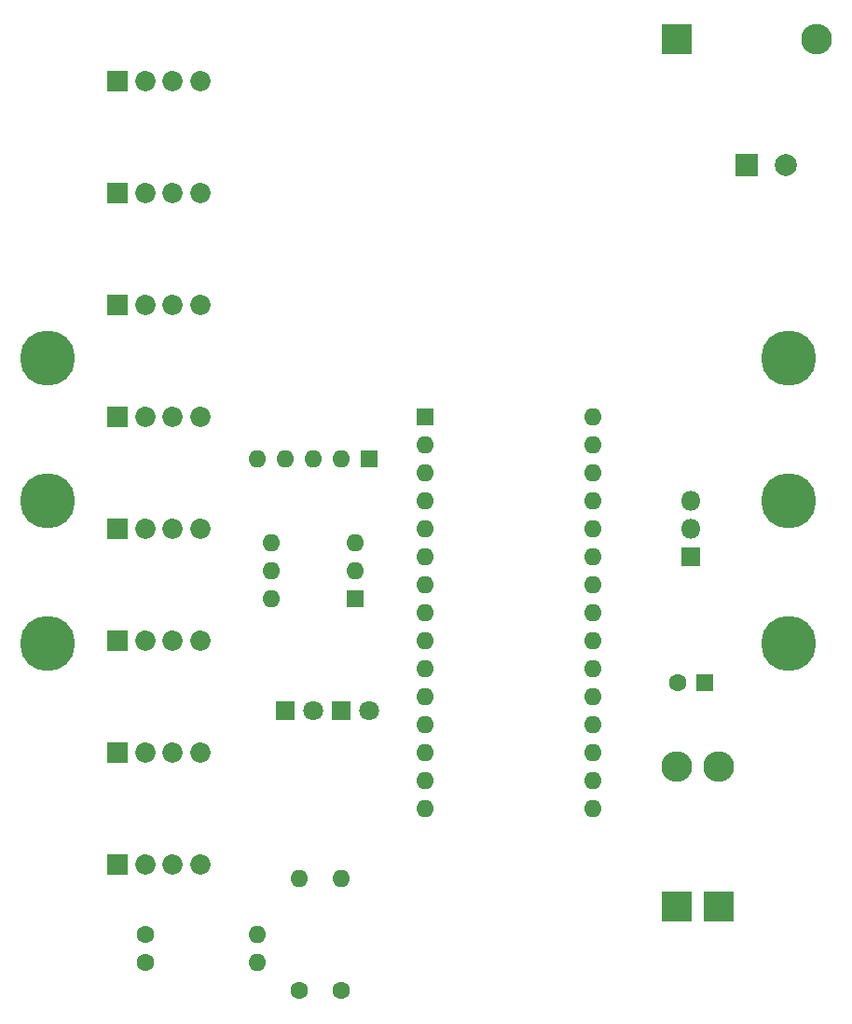
<source format=gtl>
G04 #@! TF.FileFunction,Copper,L1,Top,Signal*
%FSLAX46Y46*%
G04 Gerber Fmt 4.6, Leading zero omitted, Abs format (unit mm)*
G04 Created by KiCad (PCBNEW 4.0.7) date 03/08/18 20:01:15*
%MOMM*%
%LPD*%
G01*
G04 APERTURE LIST*
%ADD10C,0.200000*%
%ADD11R,1.600000X1.600000*%
%ADD12O,1.600000X1.600000*%
%ADD13R,1.800000X1.800000*%
%ADD14O,1.800000X1.800000*%
%ADD15R,2.800000X2.800000*%
%ADD16O,2.800000X2.800000*%
%ADD17R,2.000000X2.000000*%
%ADD18C,2.000000*%
%ADD19C,1.800000*%
%ADD20C,1.600000*%
%ADD21R,1.850000X1.850000*%
%ADD22C,1.850000*%
%ADD23C,5.000000*%
G04 APERTURE END LIST*
D10*
D11*
X168910000Y-109220000D03*
D12*
X184150000Y-142240000D03*
X168910000Y-111760000D03*
X184150000Y-139700000D03*
X168910000Y-114300000D03*
X184150000Y-137160000D03*
X168910000Y-116840000D03*
X184150000Y-134620000D03*
X168910000Y-119380000D03*
X184150000Y-132080000D03*
X168910000Y-121920000D03*
X184150000Y-129540000D03*
X168910000Y-124460000D03*
X184150000Y-127000000D03*
X168910000Y-127000000D03*
X184150000Y-124460000D03*
X168910000Y-129540000D03*
X184150000Y-121920000D03*
X168910000Y-132080000D03*
X184150000Y-119380000D03*
X168910000Y-134620000D03*
X184150000Y-116840000D03*
X168910000Y-137160000D03*
X184150000Y-114300000D03*
X168910000Y-139700000D03*
X184150000Y-111760000D03*
X168910000Y-142240000D03*
X184150000Y-109220000D03*
X168910000Y-144780000D03*
X184150000Y-144780000D03*
D13*
X193040000Y-121920000D03*
D14*
X193040000Y-119380000D03*
X193040000Y-116840000D03*
D15*
X195580000Y-153670000D03*
D16*
X195580000Y-140970000D03*
D17*
X198120000Y-86360000D03*
D18*
X201620000Y-86360000D03*
D11*
X163830000Y-113030000D03*
D12*
X161290000Y-113030000D03*
X158750000Y-113030000D03*
X156210000Y-113030000D03*
X153670000Y-113030000D03*
D13*
X156210000Y-135890000D03*
D19*
X158750000Y-135890000D03*
D13*
X161290000Y-135890000D03*
D19*
X163830000Y-135890000D03*
D20*
X157480000Y-161290000D03*
D12*
X157480000Y-151130000D03*
D20*
X161290000Y-161290000D03*
D12*
X161290000Y-151130000D03*
D11*
X194310000Y-133350000D03*
D20*
X191810000Y-133350000D03*
X143510000Y-158750000D03*
D12*
X153670000Y-158750000D03*
D20*
X143510000Y-156210000D03*
D12*
X153670000Y-156210000D03*
D15*
X191770000Y-153670000D03*
D16*
X191770000Y-140970000D03*
D15*
X191770000Y-74930000D03*
D16*
X204470000Y-74930000D03*
D11*
X162560000Y-125730000D03*
D12*
X154940000Y-120650000D03*
X162560000Y-123190000D03*
X154940000Y-123190000D03*
X162560000Y-120650000D03*
X154940000Y-125730000D03*
D21*
X140970000Y-78740000D03*
D22*
X143470000Y-78740000D03*
X145970000Y-78740000D03*
X148470000Y-78740000D03*
D21*
X140970000Y-88900000D03*
D22*
X143470000Y-88900000D03*
X145970000Y-88900000D03*
X148470000Y-88900000D03*
D21*
X140970000Y-99060000D03*
D22*
X143470000Y-99060000D03*
X145970000Y-99060000D03*
X148470000Y-99060000D03*
D21*
X140970000Y-109220000D03*
D22*
X143470000Y-109220000D03*
X145970000Y-109220000D03*
X148470000Y-109220000D03*
D21*
X140970000Y-119380000D03*
D22*
X143470000Y-119380000D03*
X145970000Y-119380000D03*
X148470000Y-119380000D03*
D21*
X140970000Y-129540000D03*
D22*
X143470000Y-129540000D03*
X145970000Y-129540000D03*
X148470000Y-129540000D03*
D21*
X140970000Y-149860000D03*
D22*
X143470000Y-149860000D03*
X145970000Y-149860000D03*
X148470000Y-149860000D03*
D21*
X140970000Y-139700000D03*
D22*
X143470000Y-139700000D03*
X145970000Y-139700000D03*
X148470000Y-139700000D03*
D23*
X134620000Y-116840000D03*
X134620000Y-103886000D03*
X134620000Y-129794000D03*
X201930000Y-116840000D03*
X201930000Y-103886000D03*
X201930000Y-129794000D03*
M02*

</source>
